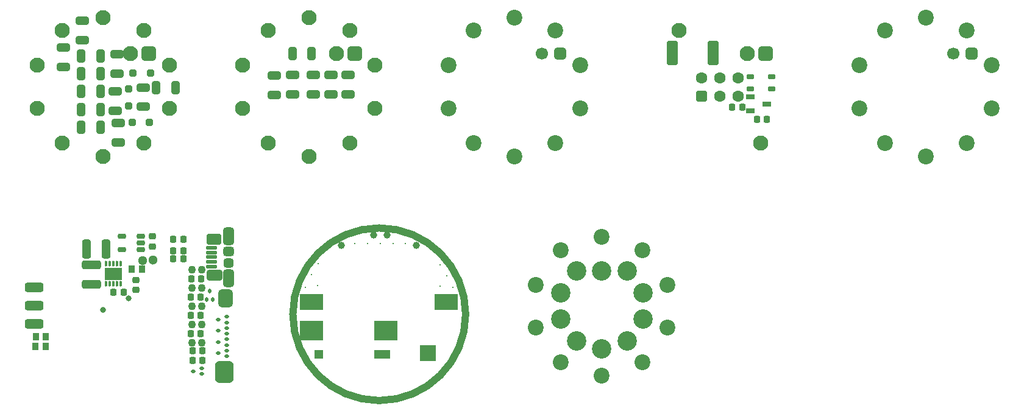
<source format=gbs>
G04 Layer_Color=16711935*
%FSLAX25Y25*%
%MOIN*%
G70*
G01*
G75*
%ADD48C,0.03937*%
%ADD55C,0.03150*%
%ADD63C,0.03937*%
G04:AMPARAMS|DCode=86|XSize=70.87mil|YSize=47.24mil|CornerRadius=12.8mil|HoleSize=0mil|Usage=FLASHONLY|Rotation=180.000|XOffset=0mil|YOffset=0mil|HoleType=Round|Shape=RoundedRectangle|*
%AMROUNDEDRECTD86*
21,1,0.07087,0.02165,0,0,180.0*
21,1,0.04528,0.04724,0,0,180.0*
1,1,0.02559,-0.02264,0.01083*
1,1,0.02559,0.02264,0.01083*
1,1,0.02559,0.02264,-0.01083*
1,1,0.02559,-0.02264,-0.01083*
%
%ADD86ROUNDEDRECTD86*%
G04:AMPARAMS|DCode=89|XSize=39.37mil|YSize=35.43mil|CornerRadius=9.84mil|HoleSize=0mil|Usage=FLASHONLY|Rotation=180.000|XOffset=0mil|YOffset=0mil|HoleType=Round|Shape=RoundedRectangle|*
%AMROUNDEDRECTD89*
21,1,0.03937,0.01575,0,0,180.0*
21,1,0.01969,0.03543,0,0,180.0*
1,1,0.01969,-0.00984,0.00787*
1,1,0.01969,0.00984,0.00787*
1,1,0.01969,0.00984,-0.00787*
1,1,0.01969,-0.00984,-0.00787*
%
%ADD89ROUNDEDRECTD89*%
G04:AMPARAMS|DCode=90|XSize=39.37mil|YSize=35.43mil|CornerRadius=9.84mil|HoleSize=0mil|Usage=FLASHONLY|Rotation=90.000|XOffset=0mil|YOffset=0mil|HoleType=Round|Shape=RoundedRectangle|*
%AMROUNDEDRECTD90*
21,1,0.03937,0.01575,0,0,90.0*
21,1,0.01969,0.03543,0,0,90.0*
1,1,0.01969,0.00787,0.00984*
1,1,0.01969,0.00787,-0.00984*
1,1,0.01969,-0.00787,-0.00984*
1,1,0.01969,-0.00787,0.00984*
%
%ADD90ROUNDEDRECTD90*%
G04:AMPARAMS|DCode=92|XSize=70.87mil|YSize=47.24mil|CornerRadius=12.8mil|HoleSize=0mil|Usage=FLASHONLY|Rotation=270.000|XOffset=0mil|YOffset=0mil|HoleType=Round|Shape=RoundedRectangle|*
%AMROUNDEDRECTD92*
21,1,0.07087,0.02165,0,0,270.0*
21,1,0.04528,0.04724,0,0,270.0*
1,1,0.02559,-0.01083,-0.02264*
1,1,0.02559,-0.01083,0.02264*
1,1,0.02559,0.01083,0.02264*
1,1,0.02559,0.01083,-0.02264*
%
%ADD92ROUNDEDRECTD92*%
%ADD94R,0.03543X0.03937*%
G04:AMPARAMS|DCode=95|XSize=39.37mil|YSize=39.37mil|CornerRadius=10.83mil|HoleSize=0mil|Usage=FLASHONLY|Rotation=270.000|XOffset=0mil|YOffset=0mil|HoleType=Round|Shape=RoundedRectangle|*
%AMROUNDEDRECTD95*
21,1,0.03937,0.01772,0,0,270.0*
21,1,0.01772,0.03937,0,0,270.0*
1,1,0.02165,-0.00886,-0.00886*
1,1,0.02165,-0.00886,0.00886*
1,1,0.02165,0.00886,0.00886*
1,1,0.02165,0.00886,-0.00886*
%
%ADD95ROUNDEDRECTD95*%
G04:AMPARAMS|DCode=96|XSize=39.37mil|YSize=39.37mil|CornerRadius=10.83mil|HoleSize=0mil|Usage=FLASHONLY|Rotation=0.000|XOffset=0mil|YOffset=0mil|HoleType=Round|Shape=RoundedRectangle|*
%AMROUNDEDRECTD96*
21,1,0.03937,0.01772,0,0,0.0*
21,1,0.01772,0.03937,0,0,0.0*
1,1,0.02165,0.00886,-0.00886*
1,1,0.02165,-0.00886,-0.00886*
1,1,0.02165,-0.00886,0.00886*
1,1,0.02165,0.00886,0.00886*
%
%ADD96ROUNDEDRECTD96*%
G04:AMPARAMS|DCode=101|XSize=17.72mil|YSize=25.59mil|CornerRadius=5.41mil|HoleSize=0mil|Usage=FLASHONLY|Rotation=270.000|XOffset=0mil|YOffset=0mil|HoleType=Round|Shape=RoundedRectangle|*
%AMROUNDEDRECTD101*
21,1,0.01772,0.01476,0,0,270.0*
21,1,0.00689,0.02559,0,0,270.0*
1,1,0.01083,-0.00738,-0.00345*
1,1,0.01083,-0.00738,0.00345*
1,1,0.01083,0.00738,0.00345*
1,1,0.01083,0.00738,-0.00345*
%
%ADD101ROUNDEDRECTD101*%
G04:AMPARAMS|DCode=107|XSize=17.72mil|YSize=25.59mil|CornerRadius=5.41mil|HoleSize=0mil|Usage=FLASHONLY|Rotation=180.000|XOffset=0mil|YOffset=0mil|HoleType=Round|Shape=RoundedRectangle|*
%AMROUNDEDRECTD107*
21,1,0.01772,0.01476,0,0,180.0*
21,1,0.00689,0.02559,0,0,180.0*
1,1,0.01083,-0.00345,0.00738*
1,1,0.01083,0.00345,0.00738*
1,1,0.01083,0.00345,-0.00738*
1,1,0.01083,-0.00345,-0.00738*
%
%ADD107ROUNDEDRECTD107*%
G04:AMPARAMS|DCode=110|XSize=62.99mil|YSize=62.99mil|CornerRadius=16.73mil|HoleSize=0mil|Usage=FLASHONLY|Rotation=180.000|XOffset=0mil|YOffset=0mil|HoleType=Round|Shape=RoundedRectangle|*
%AMROUNDEDRECTD110*
21,1,0.06299,0.02953,0,0,180.0*
21,1,0.02953,0.06299,0,0,180.0*
1,1,0.03347,-0.01476,0.01476*
1,1,0.03347,0.01476,0.01476*
1,1,0.03347,0.01476,-0.01476*
1,1,0.03347,-0.01476,-0.01476*
%
%ADD110ROUNDEDRECTD110*%
G04:AMPARAMS|DCode=111|XSize=102.36mil|YSize=51.18mil|CornerRadius=13.78mil|HoleSize=0mil|Usage=FLASHONLY|Rotation=180.000|XOffset=0mil|YOffset=0mil|HoleType=Round|Shape=RoundedRectangle|*
%AMROUNDEDRECTD111*
21,1,0.10236,0.02362,0,0,180.0*
21,1,0.07480,0.05118,0,0,180.0*
1,1,0.02756,-0.03740,0.01181*
1,1,0.02756,0.03740,0.01181*
1,1,0.02756,0.03740,-0.01181*
1,1,0.02756,-0.03740,-0.01181*
%
%ADD111ROUNDEDRECTD111*%
%ADD115C,0.10630*%
%ADD116C,0.08661*%
%ADD117C,0.00800*%
%ADD118C,0.08268*%
G04:AMPARAMS|DCode=119|XSize=82.68mil|YSize=82.68mil|CornerRadius=21.65mil|HoleSize=0mil|Usage=FLASHONLY|Rotation=180.000|XOffset=0mil|YOffset=0mil|HoleType=Round|Shape=RoundedRectangle|*
%AMROUNDEDRECTD119*
21,1,0.08268,0.03937,0,0,180.0*
21,1,0.03937,0.08268,0,0,180.0*
1,1,0.04331,-0.01969,0.01969*
1,1,0.04331,0.01969,0.01969*
1,1,0.04331,0.01969,-0.01969*
1,1,0.04331,-0.01969,-0.01969*
%
%ADD119ROUNDEDRECTD119*%
G04:AMPARAMS|DCode=120|XSize=66.93mil|YSize=66.93mil|CornerRadius=18.7mil|HoleSize=0mil|Usage=FLASHONLY|Rotation=180.000|XOffset=0mil|YOffset=0mil|HoleType=Round|Shape=RoundedRectangle|*
%AMROUNDEDRECTD120*
21,1,0.06693,0.02953,0,0,180.0*
21,1,0.02953,0.06693,0,0,180.0*
1,1,0.03740,-0.01476,0.01476*
1,1,0.03740,0.01476,0.01476*
1,1,0.03740,0.01476,-0.01476*
1,1,0.03740,-0.01476,-0.01476*
%
%ADD120ROUNDEDRECTD120*%
%ADD121C,0.06693*%
%ADD122C,0.06299*%
%ADD123C,0.05118*%
%ADD124C,0.04331*%
%ADD125R,0.12611X0.08674*%
%ADD126R,0.12611X0.10642*%
%ADD127R,0.08674X0.04737*%
%ADD128R,0.04737X0.04737*%
%ADD129R,0.08674X0.08674*%
G04:AMPARAMS|DCode=130|XSize=135.83mil|YSize=62.99mil|CornerRadius=16.73mil|HoleSize=0mil|Usage=FLASHONLY|Rotation=270.000|XOffset=0mil|YOffset=0mil|HoleType=Round|Shape=RoundedRectangle|*
%AMROUNDEDRECTD130*
21,1,0.13583,0.02953,0,0,270.0*
21,1,0.10236,0.06299,0,0,270.0*
1,1,0.03347,-0.01476,-0.05118*
1,1,0.03347,-0.01476,0.05118*
1,1,0.03347,0.01476,0.05118*
1,1,0.03347,0.01476,-0.05118*
%
%ADD130ROUNDEDRECTD130*%
G04:AMPARAMS|DCode=131|XSize=27.56mil|YSize=49.21mil|CornerRadius=7.87mil|HoleSize=0mil|Usage=FLASHONLY|Rotation=270.000|XOffset=0mil|YOffset=0mil|HoleType=Round|Shape=RoundedRectangle|*
%AMROUNDEDRECTD131*
21,1,0.02756,0.03347,0,0,270.0*
21,1,0.01181,0.04921,0,0,270.0*
1,1,0.01575,-0.01673,-0.00591*
1,1,0.01575,-0.01673,0.00591*
1,1,0.01575,0.01673,0.00591*
1,1,0.01575,0.01673,-0.00591*
%
%ADD131ROUNDEDRECTD131*%
G04:AMPARAMS|DCode=132|XSize=43.31mil|YSize=25.59mil|CornerRadius=7.38mil|HoleSize=0mil|Usage=FLASHONLY|Rotation=180.000|XOffset=0mil|YOffset=0mil|HoleType=Round|Shape=RoundedRectangle|*
%AMROUNDEDRECTD132*
21,1,0.04331,0.01083,0,0,180.0*
21,1,0.02854,0.02559,0,0,180.0*
1,1,0.01476,-0.01427,0.00541*
1,1,0.01476,0.01427,0.00541*
1,1,0.01476,0.01427,-0.00541*
1,1,0.01476,-0.01427,-0.00541*
%
%ADD132ROUNDEDRECTD132*%
%ADD133R,0.09764X0.06890*%
G04:AMPARAMS|DCode=134|XSize=13.78mil|YSize=31.5mil|CornerRadius=4.43mil|HoleSize=0mil|Usage=FLASHONLY|Rotation=0.000|XOffset=0mil|YOffset=0mil|HoleType=Round|Shape=RoundedRectangle|*
%AMROUNDEDRECTD134*
21,1,0.01378,0.02264,0,0,0.0*
21,1,0.00492,0.03150,0,0,0.0*
1,1,0.00886,0.00246,-0.01132*
1,1,0.00886,-0.00246,-0.01132*
1,1,0.00886,-0.00246,0.01132*
1,1,0.00886,0.00246,0.01132*
%
%ADD134ROUNDEDRECTD134*%
G04:AMPARAMS|DCode=135|XSize=106.3mil|YSize=47.24mil|CornerRadius=12.8mil|HoleSize=0mil|Usage=FLASHONLY|Rotation=90.000|XOffset=0mil|YOffset=0mil|HoleType=Round|Shape=RoundedRectangle|*
%AMROUNDEDRECTD135*
21,1,0.10630,0.02165,0,0,90.0*
21,1,0.08071,0.04724,0,0,90.0*
1,1,0.02559,0.01083,0.04035*
1,1,0.02559,0.01083,-0.04035*
1,1,0.02559,-0.01083,-0.04035*
1,1,0.02559,-0.01083,0.04035*
%
%ADD135ROUNDEDRECTD135*%
G04:AMPARAMS|DCode=136|XSize=106.3mil|YSize=47.24mil|CornerRadius=12.8mil|HoleSize=0mil|Usage=FLASHONLY|Rotation=0.000|XOffset=0mil|YOffset=0mil|HoleType=Round|Shape=RoundedRectangle|*
%AMROUNDEDRECTD136*
21,1,0.10630,0.02165,0,0,0.0*
21,1,0.08071,0.04724,0,0,0.0*
1,1,0.02559,0.04035,-0.01083*
1,1,0.02559,-0.04035,-0.01083*
1,1,0.02559,-0.04035,0.01083*
1,1,0.02559,0.04035,0.01083*
%
%ADD136ROUNDEDRECTD136*%
G04:AMPARAMS|DCode=137|XSize=27.56mil|YSize=45.28mil|CornerRadius=7.87mil|HoleSize=0mil|Usage=FLASHONLY|Rotation=90.000|XOffset=0mil|YOffset=0mil|HoleType=Round|Shape=RoundedRectangle|*
%AMROUNDEDRECTD137*
21,1,0.02756,0.02953,0,0,90.0*
21,1,0.01181,0.04528,0,0,90.0*
1,1,0.01575,0.01476,0.00591*
1,1,0.01575,0.01476,-0.00591*
1,1,0.01575,-0.01476,-0.00591*
1,1,0.01575,-0.01476,0.00591*
%
%ADD137ROUNDEDRECTD137*%
G04:AMPARAMS|DCode=138|XSize=97.44mil|YSize=59.06mil|CornerRadius=15.75mil|HoleSize=0mil|Usage=FLASHONLY|Rotation=270.000|XOffset=0mil|YOffset=0mil|HoleType=Round|Shape=RoundedRectangle|*
%AMROUNDEDRECTD138*
21,1,0.09744,0.02756,0,0,270.0*
21,1,0.06594,0.05906,0,0,270.0*
1,1,0.03150,-0.01378,-0.03297*
1,1,0.03150,-0.01378,0.03297*
1,1,0.03150,0.01378,0.03297*
1,1,0.03150,0.01378,-0.03297*
%
%ADD138ROUNDEDRECTD138*%
G04:AMPARAMS|DCode=139|XSize=50.2mil|YSize=59.06mil|CornerRadius=13.53mil|HoleSize=0mil|Usage=FLASHONLY|Rotation=270.000|XOffset=0mil|YOffset=0mil|HoleType=Round|Shape=RoundedRectangle|*
%AMROUNDEDRECTD139*
21,1,0.05020,0.03199,0,0,270.0*
21,1,0.02313,0.05906,0,0,270.0*
1,1,0.02707,-0.01599,-0.01157*
1,1,0.02707,-0.01599,0.01157*
1,1,0.02707,0.01599,0.01157*
1,1,0.02707,0.01599,-0.01157*
%
%ADD139ROUNDEDRECTD139*%
G04:AMPARAMS|DCode=140|XSize=50.2mil|YSize=55.12mil|CornerRadius=13.53mil|HoleSize=0mil|Usage=FLASHONLY|Rotation=270.000|XOffset=0mil|YOffset=0mil|HoleType=Round|Shape=RoundedRectangle|*
%AMROUNDEDRECTD140*
21,1,0.05020,0.02805,0,0,270.0*
21,1,0.02313,0.05512,0,0,270.0*
1,1,0.02707,-0.01403,-0.01157*
1,1,0.02707,-0.01403,0.01157*
1,1,0.02707,0.01403,0.01157*
1,1,0.02707,0.01403,-0.01157*
%
%ADD140ROUNDEDRECTD140*%
G04:AMPARAMS|DCode=141|XSize=62.01mil|YSize=82.68mil|CornerRadius=16.49mil|HoleSize=0mil|Usage=FLASHONLY|Rotation=270.000|XOffset=0mil|YOffset=0mil|HoleType=Round|Shape=RoundedRectangle|*
%AMROUNDEDRECTD141*
21,1,0.06201,0.04971,0,0,270.0*
21,1,0.02904,0.08268,0,0,270.0*
1,1,0.03297,-0.02485,-0.01452*
1,1,0.03297,-0.02485,0.01452*
1,1,0.03297,0.02485,0.01452*
1,1,0.03297,0.02485,-0.01452*
%
%ADD141ROUNDEDRECTD141*%
G04:AMPARAMS|DCode=142|XSize=62.01mil|YSize=86.61mil|CornerRadius=16.49mil|HoleSize=0mil|Usage=FLASHONLY|Rotation=270.000|XOffset=0mil|YOffset=0mil|HoleType=Round|Shape=RoundedRectangle|*
%AMROUNDEDRECTD142*
21,1,0.06201,0.05364,0,0,270.0*
21,1,0.02904,0.08661,0,0,270.0*
1,1,0.03297,-0.02682,-0.01452*
1,1,0.03297,-0.02682,0.01452*
1,1,0.03297,0.02682,0.01452*
1,1,0.03297,0.02682,-0.01452*
%
%ADD142ROUNDEDRECTD142*%
G04:AMPARAMS|DCode=143|XSize=21.65mil|YSize=58.27mil|CornerRadius=6.4mil|HoleSize=0mil|Usage=FLASHONLY|Rotation=90.000|XOffset=0mil|YOffset=0mil|HoleType=Round|Shape=RoundedRectangle|*
%AMROUNDEDRECTD143*
21,1,0.02165,0.04547,0,0,90.0*
21,1,0.00886,0.05827,0,0,90.0*
1,1,0.01280,0.02274,0.00443*
1,1,0.01280,0.02274,-0.00443*
1,1,0.01280,-0.02274,-0.00443*
1,1,0.01280,-0.02274,0.00443*
%
%ADD143ROUNDEDRECTD143*%
G04:AMPARAMS|DCode=144|XSize=82.68mil|YSize=98.43mil|CornerRadius=21.65mil|HoleSize=0mil|Usage=FLASHONLY|Rotation=180.000|XOffset=0mil|YOffset=0mil|HoleType=Round|Shape=RoundedRectangle|*
%AMROUNDEDRECTD144*
21,1,0.08268,0.05512,0,0,180.0*
21,1,0.03937,0.09843,0,0,180.0*
1,1,0.04331,-0.01969,0.02756*
1,1,0.04331,0.01969,0.02756*
1,1,0.04331,0.01969,-0.02756*
1,1,0.04331,-0.01969,-0.02756*
%
%ADD144ROUNDEDRECTD144*%
G04:AMPARAMS|DCode=145|XSize=122.05mil|YSize=102.36mil|CornerRadius=26.58mil|HoleSize=0mil|Usage=FLASHONLY|Rotation=270.000|XOffset=0mil|YOffset=0mil|HoleType=Round|Shape=RoundedRectangle|*
%AMROUNDEDRECTD145*
21,1,0.12205,0.04921,0,0,270.0*
21,1,0.06890,0.10236,0,0,270.0*
1,1,0.05315,-0.02461,-0.03445*
1,1,0.05315,-0.02461,0.03445*
1,1,0.05315,0.02461,0.03445*
1,1,0.05315,0.02461,-0.03445*
%
%ADD145ROUNDEDRECTD145*%
D48*
X233189Y107677D02*
D03*
X192245D02*
D03*
X209863Y113386D02*
D03*
X217048Y113484D02*
D03*
D55*
X75886Y78888D02*
D03*
X61713Y72392D02*
D03*
D63*
X260158Y70079D02*
G03*
X260158Y70079I-47244J0D01*
G01*
D86*
X195792Y201181D02*
D03*
Y190551D02*
D03*
X155635Y190157D02*
D03*
Y200787D02*
D03*
X176993Y201181D02*
D03*
Y190551D02*
D03*
X186393Y201181D02*
D03*
Y190551D02*
D03*
X165674Y190354D02*
D03*
Y200984D02*
D03*
X70079Y174705D02*
D03*
Y164075D02*
D03*
X40157Y205610D02*
D03*
Y216240D02*
D03*
X83858Y194291D02*
D03*
Y183661D02*
D03*
X69685Y212500D02*
D03*
Y201870D02*
D03*
X68405Y192126D02*
D03*
Y181496D02*
D03*
X50492Y220079D02*
D03*
Y230709D02*
D03*
D89*
X79823Y83415D02*
D03*
Y88927D02*
D03*
X88779Y107136D02*
D03*
Y112648D02*
D03*
D90*
X424975Y176870D02*
D03*
X419464D02*
D03*
X405881Y183366D02*
D03*
X411393D02*
D03*
X110138Y89616D02*
D03*
X115650D02*
D03*
X115354Y79478D02*
D03*
X109842D02*
D03*
X109813Y69596D02*
D03*
X115324D02*
D03*
X109813Y59380D02*
D03*
X115324D02*
D03*
X110698Y50049D02*
D03*
X116210D02*
D03*
X110797Y44734D02*
D03*
X116309D02*
D03*
X100295Y100443D02*
D03*
X105807D02*
D03*
X73130Y82136D02*
D03*
X67618D02*
D03*
X100295Y111270D02*
D03*
X105807D02*
D03*
X100295Y104921D02*
D03*
X105807D02*
D03*
D92*
X176009Y212795D02*
D03*
X165379D02*
D03*
X60532Y211614D02*
D03*
X49902D02*
D03*
X60532Y172441D02*
D03*
X49902D02*
D03*
Y182234D02*
D03*
X60532D02*
D03*
Y192028D02*
D03*
X49902D02*
D03*
Y201821D02*
D03*
X60532D02*
D03*
X90847Y193996D02*
D03*
X101476D02*
D03*
D94*
X77658Y94931D02*
D03*
X83169D02*
D03*
X25098Y57923D02*
D03*
X30610D02*
D03*
X25016Y52502D02*
D03*
X30528D02*
D03*
D95*
X77756Y175197D02*
D03*
X87205D02*
D03*
X78347Y202165D02*
D03*
X87795D02*
D03*
D96*
X75984Y193602D02*
D03*
Y184154D02*
D03*
D101*
X129429Y68750D02*
D03*
Y65601D02*
D03*
X124705Y67175D02*
D03*
X129429Y62582D02*
D03*
Y59433D02*
D03*
X124705Y61007D02*
D03*
X129429Y56414D02*
D03*
Y53264D02*
D03*
X124705Y54839D02*
D03*
X129429Y50246D02*
D03*
Y47096D02*
D03*
X124705Y48671D02*
D03*
X115847Y40469D02*
D03*
Y37319D02*
D03*
X111122Y38894D02*
D03*
D107*
X121752Y78199D02*
D03*
X118602D02*
D03*
X120177Y82923D02*
D03*
D110*
X389286Y189606D02*
D03*
D111*
X24114Y84803D02*
D03*
Y74803D02*
D03*
Y64803D02*
D03*
D115*
X334646Y93717D02*
D03*
X320761D02*
D03*
X357112Y67307D02*
D03*
X334646Y50984D02*
D03*
X357112Y81906D02*
D03*
X320761Y55496D02*
D03*
X348530Y93717D02*
D03*
X312180Y67307D02*
D03*
Y81906D02*
D03*
X348530Y55496D02*
D03*
D116*
X312211Y105251D02*
D03*
X298407Y86251D02*
D03*
Y62765D02*
D03*
X312211Y43765D02*
D03*
X334547Y36508D02*
D03*
X356883Y43765D02*
D03*
X370687Y62765D02*
D03*
Y86251D02*
D03*
X356883Y105251D02*
D03*
X334547Y112508D02*
D03*
X489377Y225329D02*
D03*
X475572Y206329D02*
D03*
Y182844D02*
D03*
X489377Y163844D02*
D03*
X511713Y156587D02*
D03*
X534048Y163844D02*
D03*
X547853Y182844D02*
D03*
Y206329D02*
D03*
X534048Y225329D02*
D03*
X511713Y232587D02*
D03*
X264524Y225329D02*
D03*
X250720Y206329D02*
D03*
Y182844D02*
D03*
X264524Y163844D02*
D03*
X286860Y156587D02*
D03*
X309196Y163844D02*
D03*
X323000Y182844D02*
D03*
Y206329D02*
D03*
X309196Y225329D02*
D03*
X286860Y232587D02*
D03*
D117*
X199659Y108661D02*
D03*
X227349D02*
D03*
X213504D02*
D03*
X179646Y97835D02*
D03*
X179252Y85630D02*
D03*
X172559Y84744D02*
D03*
X246280Y85335D02*
D03*
X249922Y91240D02*
D03*
X246182Y97047D02*
D03*
X206582Y108661D02*
D03*
X220427D02*
D03*
X253170Y84744D02*
D03*
X175906Y91732D02*
D03*
D118*
X189434Y212894D02*
D03*
X174434Y232587D02*
D03*
X196770Y225329D02*
D03*
X210574Y206329D02*
D03*
Y182844D02*
D03*
X196770Y163844D02*
D03*
X174434Y156587D02*
D03*
X152098Y163844D02*
D03*
X138294Y182844D02*
D03*
Y206329D02*
D03*
X152098Y225329D02*
D03*
X376951D02*
D03*
X421622Y163844D02*
D03*
X414286Y212894D02*
D03*
X62008Y232587D02*
D03*
X84344Y225329D02*
D03*
X98148Y206329D02*
D03*
Y182844D02*
D03*
X84344Y163844D02*
D03*
X62008Y156587D02*
D03*
X39672Y163844D02*
D03*
X25868Y182844D02*
D03*
Y206329D02*
D03*
X39672Y225329D02*
D03*
X77008Y212894D02*
D03*
D119*
X199434D02*
D03*
X424286D02*
D03*
X87008D02*
D03*
D120*
X536713D02*
D03*
X311860D02*
D03*
D121*
X526713D02*
D03*
X301860D02*
D03*
D122*
X389286Y199606D02*
D03*
X399286Y189606D02*
D03*
Y199606D02*
D03*
X409286Y189606D02*
D03*
Y199606D02*
D03*
D123*
X89075Y99852D02*
D03*
X83366Y99557D02*
D03*
D124*
X110454Y94612D02*
D03*
Y84612D02*
D03*
Y74612D02*
D03*
Y64612D02*
D03*
Y54612D02*
D03*
X115791D02*
D03*
Y94612D02*
D03*
Y64612D02*
D03*
Y84612D02*
D03*
Y74612D02*
D03*
D125*
X175906Y76772D02*
D03*
X249626D02*
D03*
D126*
X176004Y61221D02*
D03*
X216556Y61122D02*
D03*
D127*
X214390Y48177D02*
D03*
D128*
X179941D02*
D03*
D129*
X239489Y48819D02*
D03*
D130*
X395626Y213091D02*
D03*
X373026D02*
D03*
D131*
X416019Y181496D02*
D03*
Y188976D02*
D03*
X424877Y185236D02*
D03*
D132*
X427534Y200197D02*
D03*
Y193307D02*
D03*
X415723D02*
D03*
Y200197D02*
D03*
D133*
X67618Y92274D02*
D03*
D134*
X63681Y86664D02*
D03*
X65650D02*
D03*
X67618D02*
D03*
X69587D02*
D03*
X71555D02*
D03*
Y97884D02*
D03*
X69587D02*
D03*
X67618D02*
D03*
X65650D02*
D03*
X63681D02*
D03*
D135*
X52953Y105758D02*
D03*
X63583D02*
D03*
D136*
X55413Y97097D02*
D03*
Y86467D02*
D03*
D137*
X82480Y112845D02*
D03*
Y109104D02*
D03*
Y105364D02*
D03*
X72047D02*
D03*
Y112845D02*
D03*
D138*
X130413Y89715D02*
D03*
Y112943D02*
D03*
D139*
Y104380D02*
D03*
D140*
X130610Y97982D02*
D03*
D141*
X122512Y111171D02*
D03*
D142*
X122709Y91486D02*
D03*
D143*
X121331Y106447D02*
D03*
Y96211D02*
D03*
Y98770D02*
D03*
Y103888D02*
D03*
Y101329D02*
D03*
D144*
X128937Y78888D02*
D03*
D145*
X128150Y38534D02*
D03*
M02*

</source>
